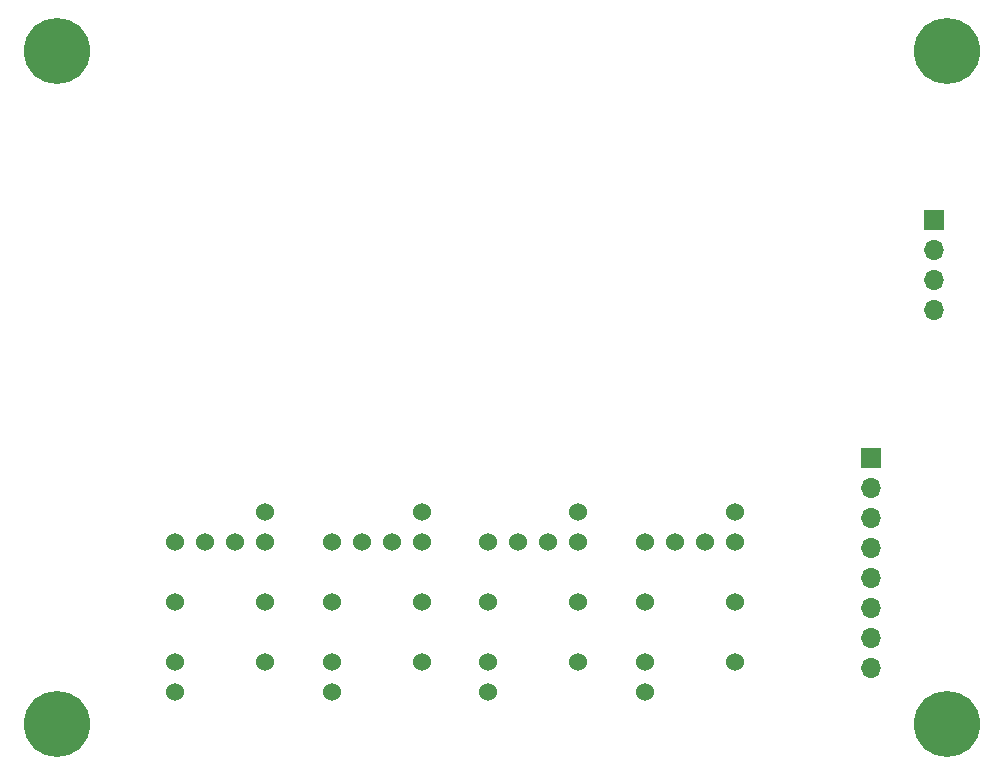
<source format=gbr>
%TF.GenerationSoftware,KiCad,Pcbnew,(5.1.7)-1*%
%TF.CreationDate,2020-12-29T16:59:20+00:00*%
%TF.ProjectId,ControlMenu-PCB,436f6e74-726f-46c4-9d65-6e752d504342,rev?*%
%TF.SameCoordinates,Original*%
%TF.FileFunction,Soldermask,Top*%
%TF.FilePolarity,Negative*%
%FSLAX46Y46*%
G04 Gerber Fmt 4.6, Leading zero omitted, Abs format (unit mm)*
G04 Created by KiCad (PCBNEW (5.1.7)-1) date 2020-12-29 16:59:20*
%MOMM*%
%LPD*%
G01*
G04 APERTURE LIST*
%ADD10C,5.600000*%
%ADD11O,1.700000X1.700000*%
%ADD12R,1.700000X1.700000*%
%ADD13C,1.524000*%
G04 APERTURE END LIST*
D10*
%TO.C,REF\u002A\u002A*%
X267420000Y-96880000D03*
%TD*%
%TO.C,REF\u002A\u002A*%
X267420000Y-153880000D03*
%TD*%
%TO.C,REF\u002A\u002A*%
X192090000Y-153880000D03*
%TD*%
%TO.C,REF\u002A\u002A*%
X192090000Y-96880000D03*
%TD*%
D11*
%TO.C,J2*%
X266320000Y-118800000D03*
X266320000Y-116260000D03*
X266320000Y-113720000D03*
D12*
X266320000Y-111180000D03*
%TD*%
D13*
%TO.C,Enter1*%
X244415000Y-138415000D03*
X246955000Y-138415000D03*
X249495000Y-138415000D03*
X241875000Y-138415000D03*
X249495000Y-135875000D03*
X241875000Y-151115000D03*
X249495000Y-143495000D03*
X241875000Y-143495000D03*
X249495000Y-148575000D03*
X241875000Y-148575000D03*
%TD*%
%TO.C,1s1*%
X231145000Y-138415000D03*
X233685000Y-138415000D03*
X236225000Y-138415000D03*
X228605000Y-138415000D03*
X236225000Y-135875000D03*
X228605000Y-151115000D03*
X236225000Y-143495000D03*
X228605000Y-143495000D03*
X236225000Y-148575000D03*
X228605000Y-148575000D03*
%TD*%
%TO.C,10s1*%
X217875000Y-138415000D03*
X220415000Y-138415000D03*
X222955000Y-138415000D03*
X215335000Y-138415000D03*
X222955000Y-135875000D03*
X215335000Y-151115000D03*
X222955000Y-143495000D03*
X215335000Y-143495000D03*
X222955000Y-148575000D03*
X215335000Y-148575000D03*
%TD*%
%TO.C,100s1*%
X204605000Y-138415000D03*
X207145000Y-138415000D03*
X209685000Y-138415000D03*
X202065000Y-138415000D03*
X209685000Y-135875000D03*
X202065000Y-151115000D03*
X209685000Y-143495000D03*
X202065000Y-143495000D03*
X209685000Y-148575000D03*
X202065000Y-148575000D03*
%TD*%
D11*
%TO.C,J1*%
X260970000Y-149090000D03*
X260970000Y-146550000D03*
X260970000Y-144010000D03*
X260970000Y-141470000D03*
X260970000Y-138930000D03*
X260970000Y-136390000D03*
X260970000Y-133850000D03*
D12*
X260970000Y-131310000D03*
%TD*%
M02*

</source>
